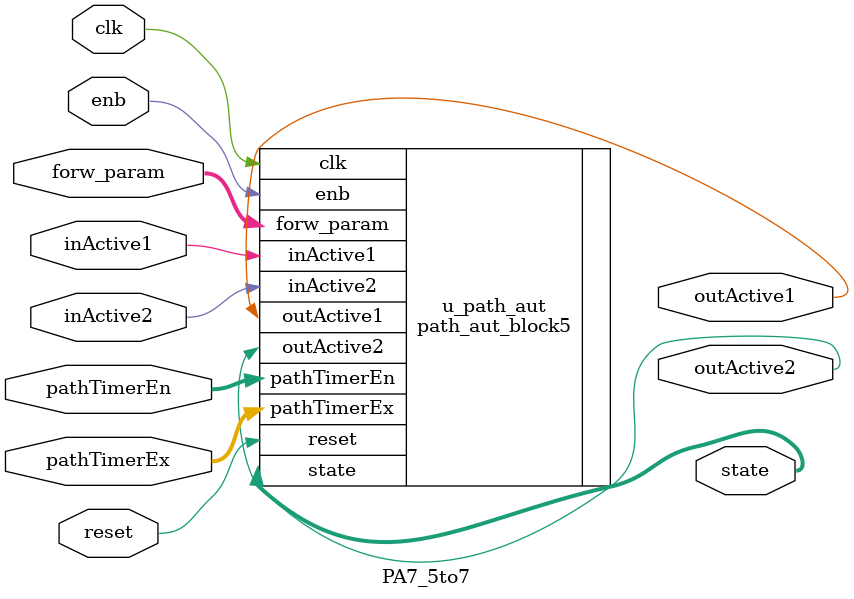
<source format=v>



`timescale 1 ns / 1 ns

module PA7_5to7
          (
           clk,
           reset,
           enb,
           inActive1,
           inActive2,
           pathTimerEn,
           pathTimerEx,
           forw_param,
           outActive1,
           outActive2,
           state
          );


  input   clk;
  input   reset;
  input   enb;
  input   inActive1;
  input   inActive2;
  input   [15:0] pathTimerEn;  // uint16
  input   [15:0] pathTimerEx;  // uint16
  input   [15:0] forw_param;  // uint16
  output  outActive1;
  output  outActive2;
  output  [7:0] state;  // uint8




  path_aut_block5   u_path_aut   (.clk(clk),
                                  .reset(reset),
                                  .enb(enb),
                                  .inActive1(inActive1),
                                  .inActive2(inActive2),
                                  .forw_param(forw_param),  // uint16
                                  .pathTimerEn(pathTimerEn),  // uint16
                                  .pathTimerEx(pathTimerEx),  // uint16
                                  .outActive1(outActive1),
                                  .outActive2(outActive2),
                                  .state(state)  // uint8
                                  );

endmodule  // PA7_5to7


</source>
